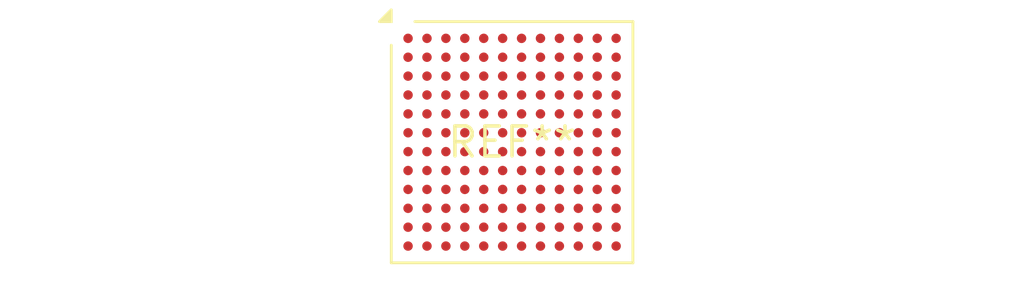
<source format=kicad_pcb>
(kicad_pcb (version 20240108) (generator pcbnew)
  (layers (0 "F.Cu" signal) (31 "B.Cu" signal) (34 "B.Paste" user) (35 "F.Paste" user) (36 "B.SilkS" user "B.Silkscreen") (37 "F.SilkS" user "F.Silkscreen") (38 "B.Mask" user) (39 "F.Mask" user) (44 "Edge.Cuts" user))
  (net 0 "")
  (footprint "UFBGA-144_10x10mm_Layout12x12_P0.8mm" (layer "F.Cu") (at 0 0)
    (property "Reference" "REF**")
    (property "Value" "UFBGA-144_10x10mm_Layout12x12_P0.8mm")
    (fp_line (start -5.11 5.11) (end -5.11 -4.11) (layer "F.SilkS") (stroke (width 0.12)))
    (fp_line (start -4.11 -5.11) (end 5.11 -5.11) (layer "F.SilkS") (stroke (width 0.12)))
    (fp_line (start 5.11 -5.11) (end 5.11 5.11) (layer "F.SilkS") (stroke (width 0.12)))
    (fp_line (start 5.11 5.11) (end -5.11 5.11) (layer "F.SilkS") (stroke (width 0.12)))
    (fp_poly (pts (xy -5.11 -5.11) (xy -5.61 -5.11) (xy -5.11 -5.61) (xy -5.11 -5.11)) (layer "F.SilkS") (stroke (width 0.12)) (fill solid))
    (pad "A1" smd circle (at -4.4 -4.4) (size 0.4 0.4) (property pad_prop_bga) (layers "F.Cu" "F.Paste" "F.Mask"))
    (pad "A2" smd circle (at -3.6 -4.4) (size 0.4 0.4) (property pad_prop_bga) (layers "F.Cu" "F.Paste" "F.Mask"))
    (pad "A3" smd circle (at -2.8 -4.4) (size 0.4 0.4) (property pad_prop_bga) (layers "F.Cu" "F.Paste" "F.Mask"))
    (pad "A4" smd circle (at -2 -4.4) (size 0.4 0.4) (property pad_prop_bga) (layers "F.Cu" "F.Paste" "F.Mask"))
    (pad "A5" smd circle (at -1.2 -4.4) (size 0.4 0.4) (property pad_prop_bga) (layers "F.Cu" "F.Paste" "F.Mask"))
    (pad "A6" smd circle (at -0.4 -4.4) (size 0.4 0.4) (property pad_prop_bga) (layers "F.Cu" "F.Paste" "F.Mask"))
    (pad "A7" smd circle (at 0.4 -4.4) (size 0.4 0.4) (property pad_prop_bga) (layers "F.Cu" "F.Paste" "F.Mask"))
    (pad "A8" smd circle (at 1.2 -4.4) (size 0.4 0.4) (property pad_prop_bga) (layers "F.Cu" "F.Paste" "F.Mask"))
    (pad "A9" smd circle (at 2 -4.4) (size 0.4 0.4) (property pad_prop_bga) (layers "F.Cu" "F.Paste" "F.Mask"))
    (pad "A10" smd circle (at 2.8 -4.4) (size 0.4 0.4) (property pad_prop_bga) (layers "F.Cu" "F.Paste" "F.Mask"))
    (pad "A11" smd circle (at 3.6 -4.4) (size 0.4 0.4) (property pad_prop_bga) (layers "F.Cu" "F.Paste" "F.Mask"))
    (pad "A12" smd circle (at 4.4 -4.4) (size 0.4 0.4) (property pad_prop_bga) (layers "F.Cu" "F.Paste" "F.Mask"))
    (pad "B1" smd circle (at -4.4 -3.6) (size 0.4 0.4) (property pad_prop_bga) (layers "F.Cu" "F.Paste" "F.Mask"))
    (pad "B2" smd circle (at -3.6 -3.6) (size 0.4 0.4) (property pad_prop_bga) (layers "F.Cu" "F.Paste" "F.Mask"))
    (pad "B3" smd circle (at -2.8 -3.6) (size 0.4 0.4) (property pad_prop_bga) (layers "F.Cu" "F.Paste" "F.Mask"))
    (pad "B4" smd circle (at -2 -3.6) (size 0.4 0.4) (property pad_prop_bga) (layers "F.Cu" "F.Paste" "F.Mask"))
    (pad "B5" smd circle (at -1.2 -3.6) (size 0.4 0.4) (property pad_prop_bga) (layers "F.Cu" "F.Paste" "F.Mask"))
    (pad "B6" smd circle (at -0.4 -3.6) (size 0.4 0.4) (property pad_prop_bga) (layers "F.Cu" "F.Paste" "F.Mask"))
    (pad "B7" smd circle (at 0.4 -3.6) (size 0.4 0.4) (property pad_prop_bga) (layers "F.Cu" "F.Paste" "F.Mask"))
    (pad "B8" smd circle (at 1.2 -3.6) (size 0.4 0.4) (property pad_prop_bga) (layers "F.Cu" "F.Paste" "F.Mask"))
    (pad "B9" smd circle (at 2 -3.6) (size 0.4 0.4) (property pad_prop_bga) (layers "F.Cu" "F.Paste" "F.Mask"))
    (pad "B10" smd circle (at 2.8 -3.6) (size 0.4 0.4) (property pad_prop_bga) (layers "F.Cu" "F.Paste" "F.Mask"))
    (pad "B11" smd circle (at 3.6 -3.6) (size 0.4 0.4) (property pad_prop_bga) (layers "F.Cu" "F.Paste" "F.Mask"))
    (pad "B12" smd circle (at 4.4 -3.6) (size 0.4 0.4) (property pad_prop_bga) (layers "F.Cu" "F.Paste" "F.Mask"))
    (pad "C1" smd circle (at -4.4 -2.8) (size 0.4 0.4) (property pad_prop_bga) (layers "F.Cu" "F.Paste" "F.Mask"))
    (pad "C2" smd circle (at -3.6 -2.8) (size 0.4 0.4) (property pad_prop_bga) (layers "F.Cu" "F.Paste" "F.Mask"))
    (pad "C3" smd circle (at -2.8 -2.8) (size 0.4 0.4) (property pad_prop_bga) (layers "F.Cu" "F.Paste" "F.Mask"))
    (pad "C4" smd circle (at -2 -2.8) (size 0.4 0.4) (property pad_prop_bga) (layers "F.Cu" "F.Paste" "F.Mask"))
    (pad "C5" smd circle (at -1.2 -2.8) (size 0.4 0.4) (property pad_prop_bga) (layers "F.Cu" "F.Paste" "F.Mask"))
    (pad "C6" smd circle (at -0.4 -2.8) (size 0.4 0.4) (property pad_prop_bga) (layers "F.Cu" "F.Paste" "F.Mask"))
    (pad "C7" smd circle (at 0.4 -2.8) (size 0.4 0.4) (property pad_prop_bga) (layers "F.Cu" "F.Paste" "F.Mask"))
    (pad "C8" smd circle (at 1.2 -2.8) (size 0.4 0.4) (property pad_prop_bga) (layers "F.Cu" "F.Paste" "F.Mask"))
    (pad "C9" smd circle (at 2 -2.8) (size 0.4 0.4) (property pad_prop_bga) (layers "F.Cu" "F.Paste" "F.Mask"))
    (pad "C10" smd circle (at 2.8 -2.8) (size 0.4 0.4) (property pad_prop_bga) (layers "F.Cu" "F.Paste" "F.Mask"))
    (pad "C11" smd circle (at 3.6 -2.8) (size 0.4 0.4) (property pad_prop_bga) (layers "F.Cu" "F.Paste" "F.Mask"))
    (pad "C12" smd circle (at 4.4 -2.8) (size 0.4 0.4) (property pad_prop_bga) (layers "F.Cu" "F.Paste" "F.Mask"))
    (pad "D1" smd circle (at -4.4 -2) (size 0.4 0.4) (property pad_prop_bga) (layers "F.Cu" "F.Paste" "F.Mask"))
    (pad "D2" smd circle (at -3.6 -2) (size 0.4 0.4) (property pad_prop_bga) (layers "F.Cu" "F.Paste" "F.Mask"))
    (pad "D3" smd circle (at -2.8 -2) (size 0.4 0.4) (property pad_prop_bga) (layers "F.Cu" "F.Paste" "F.Mask"))
    (pad "D4" smd circle (at -2 -2) (size 0.4 0.4) (property pad_prop_bga) (layers "F.Cu" "F.Paste" "F.Mask"))
    (pad "D5" smd circle (at -1.2 -2) (size 0.4 0.4) (property pad_prop_bga) (layers "F.Cu" "F.Paste" "F.Mask"))
    (pad "D6" smd circle (at -0.4 -2) (size 0.4 0.4) (property pad_prop_bga) (layers "F.Cu" "F.Paste" "F.Mask"))
    (pad "D7" smd circle (at 0.4 -2) (size 0.4 0.4) (property pad_prop_bga) (layers "F.Cu" "F.Paste" "F.Mask"))
    (pad "D8" smd circle (at 1.2 -2) (size 0.4 0.4) (property pad_prop_bga) (layers "F.Cu" "F.Paste" "F.Mask"))
    (pad "D9" smd circle (at 2 -2) (size 0.4 0.4) (property pad_prop_bga) (layers "F.Cu" "F.Paste" "F.Mask"))
    (pad "D10" smd circle (at 2.8 -2) (size 0.4 0.4) (property pad_prop_bga) (layers "F.Cu" "F.Paste" "F.Mask"))
    (pad "D11" smd circle (at 3.6 -2) (size 0.4 0.4) (property pad_prop_bga) (layers "F.Cu" "F.Paste" "F.Mask"))
    (pad "D12" smd circle (at 4.4 -2) (size 0.4 0.4) (property pad_prop_bga) (layers "F.Cu" "F.Paste" "F.Mask"))
    (pad "E1" smd circle (at -4.4 -1.2) (size 0.4 0.4) (property pad_prop_bga) (layers "F.Cu" "F.Paste" "F.Mask"))
    (pad "E2" smd circle (at -3.6 -1.2) (size 0.4 0.4) (property pad_prop_bga) (layers "F.Cu" "F.Paste" "F.Mask"))
    (pad "E3" smd circle (at -2.8 -1.2) (size 0.4 0.4) (property pad_prop_bga) (layers "F.Cu" "F.Paste" "F.Mask"))
    (pad "E4" smd circle (at -2 -1.2) (size 0.4 0.4) (property pad_prop_bga) (layers "F.Cu" "F.Paste" "F.Mask"))
    (pad "E5" smd circle (at -1.2 -1.2) (size 0.4 0.4) (property pad_prop_bga) (layers "F.Cu" "F.Paste" "F.Mask"))
    (pad "E6" smd circle (at -0.4 -1.2) (size 0.4 0.4) (property pad_prop_bga) (layers "F.Cu" "F.Paste" "F.Mask"))
    (pad "E7" smd circle (at 0.4 -1.2) (size 0.4 0.4) (property pad_prop_bga) (layers "F.Cu" "F.Paste" "F.Mask"))
    (pad "E8" smd circle (at 1.2 -1.2) (size 0.4 0.4) (property pad_prop_bga) (layers "F.Cu" "F.Paste" "F.Mask"))
    (pad "E9" smd circle (at 2 -1.2) (size 0.4 0.4) (property pad_prop_bga) (layers "F.Cu" "F.Paste" "F.Mask"))
    (pad "E10" smd circle (at 2.8 -1.2) (size 0.4 0.4) (property pad_prop_bga) (layers "F.Cu" "F.Paste" "F.Mask"))
    (pad "E11" smd circle (at 3.6 -1.2) (size 0.4 0.4) (property pad_prop_bga) (layers "F.Cu" "F.Paste" "F.Mask"))
    (pad "E12" smd circle (at 4.4 -1.2) (size 0.4 0.4) (property pad_prop_bga) (layers "F.Cu" "F.Paste" "F.Mask"))
    (pad "F1" smd circle (at -4.4 -0.4) (size 0.4 0.4) (property pad_prop_bga) (layers "F.Cu" "F.Paste" "F.Mask"))
    (pad "F2" smd circle (at -3.6 -0.4) (size 0.4 0.4) (property pad_prop_bga) (layers "F.Cu" "F.Paste" "F.Mask"))
    (pad "F3" smd circle (at -2.8 -0.4) (size 0.4 0.4) (property pad_prop_bga) (layers "F.Cu" "F.Paste" "F.Mask"))
    (pad "F4" smd circle (at -2 -0.4) (size 0.4 0.4) (property pad_prop_bga) (layers "F.Cu" "F.Paste" "F.Mask"))
    (pad "F5" smd circle (at -1.2 -0.4) (size 0.4 0.4) (property pad_prop_bga) (layers "F.Cu" "F.Paste" "F.Mask"))
    (pad "F6" smd circle (at -0.4 -0.4) (size 0.4 0.4) (property pad_prop_bga) (layers "F.Cu" "F.Paste" "F.Mask"))
    (pad "F7" smd circle (at 0.4 -0.4) (size 0.4 0.4) (property pad_prop_bga) (layers "F.Cu" "F.Paste" "F.Mask"))
    (pad "F8" smd circle (at 1.2 -0.4) (size 0.4 0.4) (property pad_prop_bga) (layers "F.Cu" "F.Paste" "F.Mask"))
    (pad "F9" smd circle (at 2 -0.4) (size 0.4 0.4) (property pad_prop_bga) (layers "F.Cu" "F.Paste" "F.Mask"))
    (pad "F10" smd circle (at 2.8 -0.4) (size 0.4 0.4) (property pad_prop_bga) (layers "F.Cu" "F.Paste" "F.Mask"))
    (pad "F11" smd circle (at 3.6 -0.4) (size 0.4 0.4) (property pad_prop_bga) (layers "F.Cu" "F.Paste" "F.Mask"))
    (pad "F12" smd circle (at 4.4 -0.4) (size 0.4 0.4) (property pad_prop_bga) (layers "F.Cu" "F.Paste" "F.Mask"))
    (pad "G1" smd circle (at -4.4 0.4) (size 0.4 0.4) (property pad_prop_bga) (layers "F.Cu" "F.Paste" "F.Mask"))
    (pad "G2" smd circle (at -3.6 0.4) (size 0.4 0.4) (property pad_prop_bga) (layers "F.Cu" "F.Paste" "F.Mask"))
    (pad "G3" smd circle (at -2.8 0.4) (size 0.4 0.4) (property pad_prop_bga) (layers "F.Cu" "F.Paste" "F.Mask"))
    (pad "G4" smd circle (at -2 0.4) (size 0.4 0.4) (property pad_prop_bga) (layers "F.Cu" "F.Paste" "F.Mask"))
    (pad "G5" smd circle (at -1.2 0.4) (size 0.4 0.4) (property pad_prop_bga) (layers "F.Cu" "F.Paste" "F.Mask"))
    (pad "G6" smd circle (at -0.4 0.4) (size 0.4 0.4) (property pad_prop_bga) (layers "F.Cu" "F.Paste" "F.Mask"))
    (pad "G7" smd circle (at 0.4 0.4) (size 0.4 0.4) (property pad_prop_bga) (layers "F.Cu" "F.Paste" "F.Mask"))
    (pad "G8" smd circle (at 1.2 0.4) (size 0.4 0.4) (property pad_prop_bga) (layers "F.Cu" "F.Paste" "F.Mask"))
    (pad "G9" smd circle (at 2 0.4) (size 0.4 0.4) (property pad_prop_bga) (layers "F.Cu" "F.Paste" "F.Mask"))
    (pad "G10" smd circle (at 2.8 0.4) (size 0.4 0.4) (property pad_prop_bga) (layers "F.Cu" "F.Paste" "F.Mask"))
    (pad "G11" smd circle (at 3.6 0.4) (size 0.4 0.4) (property pad_prop_bga) (layers "F.Cu" "F.Paste" "F.Mask"))
    (pad "G12" smd circle (at 4.4 0.4) (size 0.4 0.4) (property pad_prop_bga) (layers "F.Cu" "F.Paste" "F.Mask"))
    (pad "H1" smd circle (at -4.4 1.2) (size 0.4 0.4) (property pad_prop_bga) (layers "F.Cu" "F.Paste" "F.Mask"))
    (pad "H2" smd circle (at -3.6 1.2) (size 0.4 0.4) (property pad_prop_bga) (layers "F.Cu" "F.Paste" "F.Mask"))
    (pad "H3" smd circle (at -2.8 1.2) (size 0.4 0.4) (property pad_prop_bga) (layers "F.Cu" "F.Paste" "F.Mask"))
    (pad "H4" smd circle (at -2 1.2) (size 0.4 0.4) (property pad_prop_bga) (layers "F.Cu" "F.Paste" "F.Mask"))
    (pad "H5" smd circle (at -1.2 1.2) (size 0.4 0.4) (property pad_prop_bga) (layers "F.Cu" "F.Paste" "F.Mask"))
    (pad "H6" smd circle (at -0.4 1.2) (size 0.4 0.4) (property pad_prop_bga) (layers "F.Cu" "F.Paste" "F.Mask"))
    (pad "H7" smd circle (at 0.4 1.2) (size 0.4 0.4) (property pad_prop_bga) (layers "F.Cu" "F.Paste" "F.Mask"))
    (pad "H8" smd circle (at 1.2 1.2) (size 0.4 0.4) (property pad_prop_bga) (layers "F.Cu" "F.Paste" "F.Mask"))
    (pad "H9" smd circle (at 2 1.2) (size 0.4 0.4) (property pad_prop_bga) (layers "F.Cu" "F.Paste" "F.Mask"))
    (pad "H10" smd circle (at 2.8 1.2) (size 0.4 0.4) (property pad_prop_bga) (layers "F.Cu" "F.Paste" "F.Mask"))
    (pad "H11" smd circle (at 3.6 1.2) (size 0.4 0.4) (property pad_prop_bga) (layers "F.Cu" "F.Paste" "F.Mask"))
    (pad "H12" smd circle (at 4.4 1.2) (size 0.4 0.4) (property pad_prop_bga) (layers "F.Cu" "F.Paste" "F.Mask"))
    (pad "J1" smd circle (at -4.4 2) (size 0.4 0.4) (property pad_prop_bga) (layers "F.Cu" "F.Paste" "F.Mask"))
    (pad "J2" smd circle (at -3.6 2) (size 0.4 0.4) (property pad_prop_bga) (layers "F.Cu" "F.Paste" "F.Mask"))
    (pad "J3" smd circle (at -2.8 2) (size 0.4 0.4) (property pad_prop_bga) (layers "F.Cu" "F.Paste" "F.Mask"))
    (pad "J4" smd circle (at -2 2) (size 0.4 0.4) (property pad_prop_bga) (layers "F.Cu" "F.Paste" "F.Mask"))
    (pad "J5" smd circle (at -1.2 2) (size 0.4 0.4) (property pad_prop_bga) (layers "F.Cu" "F.Paste" "F.Mask"))
    (pad "J6" smd circle (at -0.4 2) (size 0.4 0.4) (property pad_prop_bga) (layers "F.Cu" "F.Paste" "F.Mask"))
    (pad "J7" smd circle (at 0.4 2) (size 0.4 0.4) (property pad_prop_bga) (layers "F.Cu" "F.Paste" "F.Mask"))
    (pad "J8" smd circle (at 1.2 2) (size 0.4 0.4) (property pad_prop_bga) (layers "F.Cu" "F.Paste" "F.Mask"))
    (pad "J9" smd circle (at 2 2) (size 0.4 0.4) (property pad_prop_bga) (layers "F.Cu" "F.Paste" "F.Mask"))
    (pad "J10" smd circle (at 2.8 2) (size 0.4 0.4) (property pad_prop_bga) (layers "F.Cu" "F.Paste" "F.Mask"))
    (pad "J11" smd circle (at 3.6 2) (size 0.4 0.4) (property pad_prop_bga) (layers "F.Cu" "F.Paste" "F.Mask"))
    (pad "J12" smd circle (at 4.4 2) (size 0.4 0.4) (property pad_prop_bga) (layers "F.Cu" "F.Paste" "F.Mask"))
    (pad "K1" smd circle (at -4.4 2.8) (size 0.4 0.4) (property pad_prop_bga) (layers "F.Cu" "F.Paste" "F.Mask"))
    (pad "K2" smd circle (at -3.6 2.8) (size 0.4 0.4) (property pad_prop_bga) (layers "F.Cu" "F.Paste" "F.Mask"))
    (pad "K3" smd circle (at -2.8 2.8) (size 0.4 0.4) (property pad_prop_bga) (layers "F.Cu" "F.Paste" "F.Mask"))
    (pad "K4" smd circle (at -2 2.8) (size 0.4 0.4) (property pad_prop_bga) (layers "F.Cu" "F.Paste" "F.Mask"))
    (pad "K5" smd circle (at -1.2 2.8) (size 0.4 0.4) (property pad_prop_bga) (layers "F.Cu" "F.Paste" "F.Mask"))
    (pad "K6" smd circle (at -0.4 2.8) (size 0.4 0.4) (property pad_prop_bga) (layers "F.Cu" "F.Paste" "F.Mask"))
    (pad "K7" smd circle (at 0.4 2.8) (size 0.4 0.4) (property pad_prop_bga) (layers "F.Cu" "F.Paste" "F.Mask"))
    (pad "K8" smd circle (at 1.2 2.8) (size 0.4 0.4) (property pad_prop_bga) (layers "F.Cu" "F.Paste" "F.Mask"))
    (pad "K9" smd circle (at 2 2.8) (size 0.4 0.4) (property pad_prop_bga) (layers "F.Cu" "F.Paste" "F.Mask"))
    (pad "K10" smd circle (at 2.8 2.8) (size 0.4 0.4) (property pad_prop_bga) (layers "F.Cu" "F.Paste" "F.Mask"))
    (pad "K11" smd circle (at 3.6 2.8) (size 0.4 0.4) (property pad_prop_bga) (layers "F.Cu" "F.Paste" "F.Mask"))
    (pad "K12" smd circle (at 4.4 2.8) (size 0.4 0.4) (property pad_prop_bga) (layers "F.Cu" "F.Paste" "F.Mask"))
    (pad "L1" smd circle (at -4.4 3.6) (size 0.4 0.4) (property pad_prop_bga) (layers "F.Cu" "F.Paste" "F.Mask"))
    (pad "L2" smd circle (at -3.6 3.6) (size 0.4 0.4) (property pad_prop_bga) (layers "F.Cu" "F.Paste" "F.Mask"))
    (pad "L3" smd circle (at -2.8 3.6) (size 0.4 0.4) (property pad_prop_bga) (layers "F.Cu" "F.Paste" "F.Mask"))
    (pad "L4" smd circle (at -2 3.6) (size 0.4 0.4) (property pad_prop_bga) (layers "F.Cu" "F.Paste" "F.Mask"))
    (pad "L5" smd circle (at -1.2 3.6) (size 0.4 0.4) (property pad_prop_bga) (layers "F.Cu" "F.Paste" "F.Mask"))
    (pad "L6" smd circle (at -0.4 3.6) (size 0.4 0.4) (property pad_prop_bga) (layers "F.Cu" "F.Paste" "F.Mask"))
    (pad "L7" smd circle (at 0.4 3.6) (size 0.4 0.4) (property pad_prop_bga) (layers "F.Cu" "F.Paste" "F.Mask"))
    (pad "L8" smd circle (at 1.2 3.6) (size 0.4 0.4) (property pad_prop_bga) (layers "F.Cu" "F.Paste" "F.Mask"))
    (pad "L9" smd circle (at 2 3.6) (size 0.4 0.4) (property pad_prop_bga) (layers "F.Cu" "F.Paste" "F.Mask"))
    (pad "L10" smd circle (at 2.8 3.6) (size 0.4 0.4) (property pad_prop_bga) (layers "F.Cu" "F.Paste" "F.Mask"))
    (pad "L11" smd circle (at 3.6 3.6) (size 0.4 0.4) (property pad_prop_bga) (layers "F.Cu" "F.Paste" "F.Mask"))
    (pad "L12" smd circle (at 4.4 3.6) (size 0.4 0.4) (property pad_prop_bga) (layers "F.Cu" "F.Paste" "F.Mask"))
    (pad "M1" smd circle (at -4.4 4.4) (size 0.4 0.4) (property pad_prop_bga) (layers "F.Cu" "F.Paste" "F.Mask"))
    (pad "M2" smd circle (at -3.6 4.4) (size 0.4 0.4) (property pad_prop_bga) (layers "F.Cu" "F.Paste" "F.Mask"))
    (pad "M3" smd circle (at -2.8 4.4) (size 0.4 0.4) (property pad_prop_bga) (layers "F.Cu" "F.Paste" "F.Mask"))
    (pad "M4" smd circle (at -2 4.4) (size 0.4 0.4) (property pad_prop_bga) (layers "F.Cu" "F.Paste" "F.Mask"))
    (pad "M5" smd circle (at -1.2 4.4) (size 0.4 0.4) (property pad_prop_bga) (layers "F.Cu" "F.Paste" "F.Mask"))
    (pad "M6" smd circle (at -0.4 4.4) (size 0.4 0.4) (property pad_prop_bga) (layers "F.Cu" "F.Paste" "F.Mask"))
    (pad "M7" smd circle (at 0.4 4.4) (size 0.4 0.4) (property pad_prop_bga) (layers "F.Cu" "F.Paste" "F.Mask"))
    (pad "M8" smd circle (at 1.2 4.4) (size 0.4 0.4) (property pad_prop_bga) (layers "F.Cu" "F.Paste" "F.Mask"))
    (pad "M9" smd circle (at 2 4.4) (size 0.4 0.4) (property pad_prop_bga) (layers "F.Cu" "F.Paste" "F.Mask"))
    (pad "M10" smd circle (at 2.8 4.4) (size 0.4 0.4) (property pad_prop_bga) (layers "F.Cu" "F.Paste" "F.Mask"))
    (pad "M11" smd circle (at 3.6 4.4) (size 0.4 0.4) (property pad_prop_bga) (layers "F.Cu" "F.Paste" "F.Mask"))
    (pad "M12" smd circle (at 4.4 4.4) (size 0.4 0.4) (property pad_prop_bga) (layers "F.Cu" "F.Paste" "F.Mask"))
  )
)
</source>
